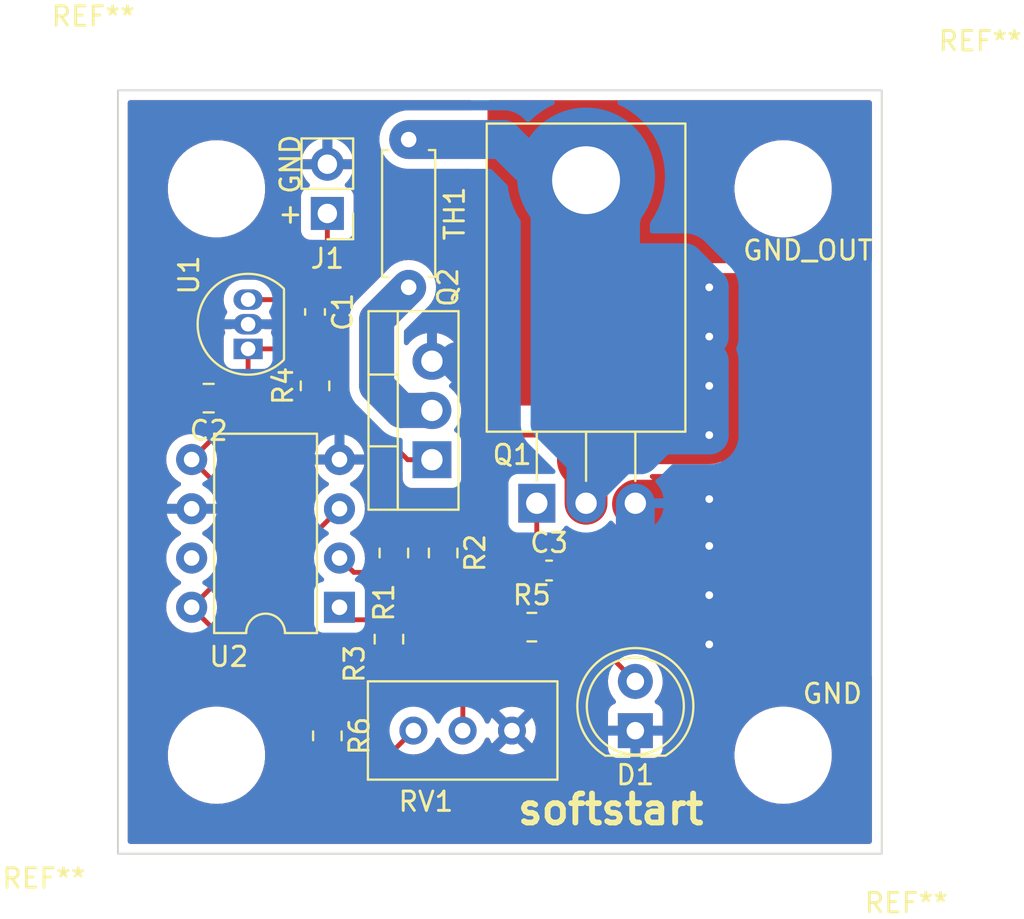
<source format=kicad_pcb>
(kicad_pcb (version 20211014) (generator pcbnew)
  (title_block (title "softstart") (rev "1") (company "open.pe") (comment 4 "AISLER Project ID: QVEQPMXI"))
  (layers (0 "F.Cu" signal) (31 "B.Cu" signal) (34 "B.Paste" user) (35 "F.Paste" user) (36 "B.SilkS" user "B.Silkscreen") (37 "F.SilkS" user "F.Silkscreen") (38 "B.Mask" user) (39 "F.Mask" user) (44 "Edge.Cuts" user))
  (net 0 "")
  (net 1 "+24V")
  (net 2 "GND")
  (net 3 "+15V")
  (net 4 "Net-(D1-Pad2)")
  (net 5 "Net-(Q1-Pad1)")
  (net 6 "GND_OUT")
  (net 7 "Net-(Q2-Pad1)")
  (net 8 "Net-(Q2-Pad2)")
  (net 9 "Net-(R1-Pad1)")
  (net 10 "Net-(R6-Pad2)")
  (net 12 "Net-(RV1-Pad2)")
  (footprint "Potentiometer_THT:Potentiometer_Bourns_3296W_Vertical" (layer "F.Cu") (at 167.63 81.28 180)
    (fp_text reference "RV1" (at -0.645 -3.66) (layer "F.SilkS"))
    (fp_text value "200k")
    (fp_line (start -7.425 -2.53) (end 2.345 -2.53) (layer "F.SilkS") (width 0.12))
    (fp_line (start 2.345 -2.53) (end 2.345 2.54) (layer "F.SilkS") (width 0.12))
    (fp_line (start -7.425 2.54) (end 2.345 2.54) (layer "F.SilkS") (width 0.12))
    (fp_line (start -7.425 -2.53) (end -7.425 2.54) (layer "F.SilkS") (width 0.12))
    (pad "1" thru_hole circle (at 0 0 180) (size 1.44 1.44) (drill 0.8) (layers *.Cu *.Mask) (net 10 "Net-(R6-Pad2)"))
    (pad "2" thru_hole circle (at -2.54 0 180) (size 1.44 1.44) (drill 0.8) (layers *.Cu *.Mask) (net 12 "Net-(RV1-Pad2)"))
    (pad "3" thru_hole circle (at -5.08 0 180) (size 1.44 1.44) (drill 0.8) (layers *.Cu *.Mask) (net 2 "GND"))
  )
  (footprint "Package_TO_SOT_THT:TO-220-3_Vertical" (layer "F.Cu") (at 168.585 67.31 90)
    (fp_text reference "Q2" (at 8.89 0.833 90) (layer "F.SilkS"))
    (fp_text value "IRF100B201")
    (fp_line (start -2.58 -1.76) (end 7.66 -1.76) (layer "F.SilkS") (width 0.12))
    (fp_line (start -2.58 -3.27) (end -2.58 1.371) (layer "F.SilkS") (width 0.12))
    (fp_line (start 4.391 -3.27) (end 4.391 -1.76) (layer "F.SilkS") (width 0.12))
    (fp_line (start 7.66 -3.27) (end 7.66 1.371) (layer "F.SilkS") (width 0.12))
    (fp_line (start 0.69 -3.27) (end 0.69 -1.76) (layer "F.SilkS") (width 0.12))
    (fp_line (start -2.58 -3.27) (end 7.66 -3.27) (layer "F.SilkS") (width 0.12))
    (fp_line (start -2.58 1.371) (end 7.66 1.371) (layer "F.SilkS") (width 0.12))
    (pad "1" thru_hole rect (at 0 0 90) (size 1.905 2) (drill 1.1) (layers *.Cu *.Mask) (net 7 "Net-(Q2-Pad1)"))
    (pad "2" thru_hole oval (at 2.54 0 90) (size 1.905 2) (drill 1.1) (layers *.Cu *.Mask) (net 8 "Net-(Q2-Pad2)"))
    (pad "3" thru_hole oval (at 5.08 0 90) (size 1.905 2) (drill 1.1) (layers *.Cu *.Mask) (net 2 "GND"))
  )
  (footprint "MountingHole:MountingHole_4mm" (layer "F.Cu") (at 157.48 82.55)
    (fp_text reference "REF**" (at -8.89 6.35) (layer "F.SilkS"))
    (fp_text value "MountingHole_4mm")
    (pad "" np_thru_hole circle (at 0 0) (size 4 4) (drill 4) (layers *.Cu *.Mask))
  )
  (footprint "MountingHole:MountingHole_4mm" (layer "F.Cu") (at 186.69 53.34)
    (fp_text reference "REF**" (at 10.16 -7.62) (layer "F.SilkS"))
    (fp_text value "MountingHole_4mm")
    (pad "" np_thru_hole circle (at 0 0) (size 4 4) (drill 4) (layers *.Cu *.Mask))
  )
  (footprint "Resistor_SMD:R_0805_2012Metric_Pad1.20x1.40mm_HandSolder" (layer "F.Cu") (at 169.164 72.12 -90)
    (fp_text reference "R2" (at 0 -1.65 90) (layer "F.SilkS"))
    (fp_text value "10k")
    (fp_line (start -0.227064 -0.735) (end 0.227064 -0.735) (layer "F.SilkS") (width 0.12))
    (fp_line (start -0.227064 0.735) (end 0.227064 0.735) (layer "F.SilkS") (width 0.12))
    (pad "1" smd roundrect (at -1 0 270) (size 1.2 1.4) (layers "F.Cu" "F.Paste" "F.Mask") (roundrect_rratio 0.2083333333) (net 6 "GND_OUT"))
    (pad "2" smd roundrect (at 1 0 270) (size 1.2 1.4) (layers "F.Cu" "F.Paste" "F.Mask") (roundrect_rratio 0.2083333333) (net 9 "Net-(R1-Pad1)"))
  )
  (footprint "LED_THT:LED_D5.0mm" (layer "F.Cu") (at 179.07 81.285 90)
    (fp_text reference "D1" (at -2.286 0 180) (layer "F.SilkS"))
    (fp_text value "LED")
    (fp_line (start -1.29 -1.545) (end -1.29 1.545) (layer "F.SilkS") (width 0.12))
    (fp_arc (start 4.26 -0.000462) (mid 2.072002 2.880433) (end -1.29 1.54483) (layer "F.SilkS") (width 0.12))
    (fp_arc (start -1.29 -1.54483) (mid 2.072002 -2.880433) (end 4.26 0.000462) (layer "F.SilkS") (width 0.12))
    (fp_circle (center 1.27 0) (end 3.77 0) (layer "F.SilkS") (width 0.12) (fill none))
    (pad "1" thru_hole rect (at 0 0 90) (size 1.8 1.8) (drill 0.9) (layers *.Cu *.Mask) (net 2 "GND"))
    (pad "2" thru_hole circle (at 2.54 0 90) (size 1.8 1.8) (drill 0.9) (layers *.Cu *.Mask) (net 4 "Net-(D1-Pad2)"))
  )
  (footprint "MountingHole:MountingHole_4mm" (layer "F.Cu") (at 157.48 53.34)
    (fp_text reference "REF**" (at -6.35 -8.89) (layer "F.SilkS"))
    (fp_text value "MountingHole_4mm")
    (pad "" np_thru_hole circle (at 0 0) (size 4 4) (drill 4) (layers *.Cu *.Mask))
  )
  (footprint "Resistor_SMD:R_0805_2012Metric_Pad1.20x1.40mm_HandSolder" (layer "F.Cu") (at 166.624 72.12 90)
    (fp_text reference "R1" (at -2.556 -0.508 90) (layer "F.SilkS"))
    (fp_text value "2k")
    (fp_line (start -0.227064 0.735) (end 0.227064 0.735) (layer "F.SilkS") (width 0.12))
    (fp_line (start -0.227064 -0.735) (end 0.227064 -0.735) (layer "F.SilkS") (width 0.12))
    (pad "1" smd roundrect (at -1 0 90) (size 1.2 1.4) (layers "F.Cu" "F.Paste" "F.Mask") (roundrect_rratio 0.2083333333) (net 9 "Net-(R1-Pad1)"))
    (pad "2" smd roundrect (at 1 0 90) (size 1.2 1.4) (layers "F.Cu" "F.Paste" "F.Mask") (roundrect_rratio 0.2083333333) (net 2 "GND"))
  )
  (footprint "Capacitor_SMD:C_0805_2012Metric_Pad1.18x1.45mm_HandSolder" (layer "F.Cu") (at 157.0775 64.135 180)
    (fp_text reference "C2" (at 0 -1.68) (layer "F.SilkS"))
    (fp_text value "0.47u")
    (fp_line (start -0.261252 -0.735) (end 0.261252 -0.735) (layer "F.SilkS") (width 0.12))
    (fp_line (start -0.261252 0.735) (end 0.261252 0.735) (layer "F.SilkS") (width 0.12))
    (pad "1" smd roundrect (at -1.0375 0 180) (size 1.175 1.45) (layers "F.Cu" "F.Paste" "F.Mask") (roundrect_rratio 0.2127659574) (net 3 "+15V"))
    (pad "2" smd roundrect (at 1.0375 0 180) (size 1.175 1.45) (layers "F.Cu" "F.Paste" "F.Mask") (roundrect_rratio 0.2127659574) (net 2 "GND"))
  )
  (footprint "Resistor_SMD:R_0805_2012Metric_Pad1.20x1.40mm_HandSolder" (layer "F.Cu") (at 173.736 75.946)
    (fp_text reference "R5" (at 0 -1.65) (layer "F.SilkS"))
    (fp_text value "10k")
    (fp_line (start -0.227064 -0.735) (end 0.227064 -0.735) (layer "F.SilkS") (width 0.12))
    (fp_line (start -0.227064 0.735) (end 0.227064 0.735) (layer "F.SilkS") (width 0.12))
    (pad "1" smd roundrect (at -1 0) (size 1.2 1.4) (layers "F.Cu" "F.Paste" "F.Mask") (roundrect_rratio 0.2083333333) (net 5 "Net-(Q1-Pad1)"))
    (pad "2" smd roundrect (at 1 0) (size 1.2 1.4) (layers "F.Cu" "F.Paste" "F.Mask") (roundrect_rratio 0.2083333333) (net 4 "Net-(D1-Pad2)"))
  )
  (footprint "Resistor_SMD:R_0805_2012Metric_Pad1.20x1.40mm_HandSolder" (layer "F.Cu") (at 166.37 76.565 -90)
    (fp_text reference "R3" (at 1.27 1.778 90) (layer "F.SilkS"))
    (fp_text value "1k")
    (fp_line (start -0.227064 -0.735) (end 0.227064 -0.735) (layer "F.SilkS") (width 0.12))
    (fp_line (start -0.227064 0.735) (end 0.227064 0.735) (layer "F.SilkS") (width 0.12))
    (pad "1" smd roundrect (at -1 0 270) (size 1.2 1.4) (layers "F.Cu" "F.Paste" "F.Mask") (roundrect_rratio 0.2083333333) (net 5 "Net-(Q1-Pad1)"))
    (pad "2" smd roundrect (at 1 0 270) (size 1.2 1.4) (layers "F.Cu" "F.Paste" "F.Mask") (roundrect_rratio 0.2083333333) (net 3 "+15V"))
  )
  (footprint "Connector_PinHeader_2.54mm:PinHeader_1x02_P2.54mm_Vertical" (layer "F.Cu") (at 163.195 54.61 180)
    (fp_text reference "J1" (at 0 -2.33) (layer "F.SilkS"))
    (fp_text value "Conn_01x02")
    (fp_line (start -1.33 -1.33) (end 0 -1.33) (layer "F.SilkS") (width 0.12))
    (fp_line (start -1.33 3.87) (end 1.33 3.87) (layer "F.SilkS") (width 0.12))
    (fp_line (start -1.33 0) (end -1.33 -1.33) (layer "F.SilkS") (width 0.12))
    (fp_line (start -1.33 1.27) (end -1.33 3.87) (layer "F.SilkS") (width 0.12))
    (fp_line (start 1.33 1.27) (end 1.33 3.87) (layer "F.SilkS") (width 0.12))
    (fp_line (start -1.33 1.27) (end 1.33 1.27) (layer "F.SilkS") (width 0.12))
    (pad "1" thru_hole rect (at 0 0 180) (size 1.7 1.7) (drill 1) (layers *.Cu *.Mask) (net 1 "+24V"))
    (pad "2" thru_hole oval (at 0 2.54 180) (size 1.7 1.7) (drill 1) (layers *.Cu *.Mask) (net 2 "GND"))
  )
  (footprint "Resistor_SMD:R_0805_2012Metric_Pad1.20x1.40mm_HandSolder" (layer "F.Cu") (at 163.195 81.55 -90)
    (fp_text reference "R6" (at 0 -1.65 90) (layer "F.SilkS"))
    (fp_text value "1meg")
    (fp_line (start -0.227064 0.735) (end 0.227064 0.735) (layer "F.SilkS") (width 0.12))
    (fp_line (start -0.227064 -0.735) (end 0.227064 -0.735) (layer "F.SilkS") (width 0.12))
    (pad "1" smd roundrect (at -1 0 270) (size 1.2 1.4) (layers "F.Cu" "F.Paste" "F.Mask") (roundrect_rratio 0.2083333333) (net 3 "+15V"))
    (pad "2" smd roundrect (at 1 0 270) (size 1.2 1.4) (layers "F.Cu" "F.Paste" "F.Mask") (roundrect_rratio 0.2083333333) (net 10 "Net-(R6-Pad2)"))
  )
  (footprint "Package_DIP:DIP-8_W7.62mm" (layer "F.Cu") (at 163.82 74.92 180)
    (fp_text reference "U2" (at 5.705 -2.55) (layer "F.SilkS"))
    (fp_text value "LM393")
    (fp_line (start 2.81 -1.33) (end 1.16 -1.33) (layer "F.SilkS") (width 0.12))
    (fp_line (start 1.16 -1.33) (end 1.16 8.95) (layer "F.SilkS") (width 0.12))
    (fp_line (start 6.46 -1.33) (end 4.81 -1.33) (layer "F.SilkS") (width 0.12))
    (fp_line (start 1.16 8.95) (end 6.46 8.95) (layer "F.SilkS") (width 0.12))
    (fp_line (start 6.46 8.95) (end 6.46 -1.33) (layer "F.SilkS") (width 0.12))
    (fp_arc (start 4.81 -1.33) (mid 3.81 -0.33) (end 2.81 -1.33) (layer "F.SilkS") (width 0.12))
    (pad "1" thru_hole rect (at 0 0 180) (size 1.6 1.6) (drill 0.8) (layers *.Cu *.Mask) (net 5 "Net-(Q1-Pad1)"))
    (pad "2" thru_hole oval (at 0 2.54 180) (size 1.6 1.6) (drill 0.8) (layers *.Cu *.Mask) (net 9 "Net-(R1-Pad1)"))
    (pad "3" thru_hole oval (at 0 5.08 180) (size 1.6 1.6) (drill 0.8) (layers *.Cu *.Mask) (net 12 "Net-(RV1-Pad2)"))
    (pad "4" thru_hole oval (at 0 7.62 180) (size 1.6 1.6) (drill 0.8) (layers *.Cu *.Mask) (net 2 "GND"))
    (pad "5" thru_hole oval (at 7.62 7.62 180) (size 1.6 1.6) (drill 0.8) (layers *.Cu *.Mask) (net 3 "+15V"))
    (pad "6" thru_hole oval (at 7.62 5.08 180) (size 1.6 1.6) (drill 0.8) (layers *.Cu *.Mask) (net 2 "GND"))
    (pad "7" thru_hole oval (at 7.62 2.54 180) (size 1.6 1.6) (drill 0.8) (layers *.Cu *.Mask))
    (pad "8" thru_hole oval (at 7.62 0 180) (size 1.6 1.6) (drill 0.8) (layers *.Cu *.Mask) (net 3 "+15V"))
  )
  (footprint "Capacitor_SMD:C_0603_1608Metric_Pad1.08x0.95mm_HandSolder" (layer "F.Cu") (at 162.56 59.69 -90)
    (fp_text reference "C1" (at 0 -1.43 90) (layer "F.SilkS"))
    (fp_text value "100n")
    (fp_line (start -0.146267 -0.51) (end 0.146267 -0.51) (layer "F.SilkS") (width 0.12))
    (fp_line (start -0.146267 0.51) (end 0.146267 0.51) (layer "F.SilkS") (width 0.12))
    (pad "1" smd roundrect (at -0.8625 0 270) (size 1.075 0.95) (layers "F.Cu" "F.Paste" "F.Mask") (net 1 "+24V"))
    (pad "2" smd roundrect (at 0.8625 0 270) (size 1.075 0.95) (layers "F.Cu" "F.Paste" "F.Mask") (net 2 "GND"))
  )
  (footprint "Capacitor_SMD:C_0603_1608Metric_Pad1.08x0.95mm_HandSolder" (layer "F.Cu") (at 174.625 73.025)
    (fp_text reference "C3" (at 0 -1.43) (layer "F.SilkS"))
    (fp_text value "100n")
    (fp_line (start -0.146267 -0.51) (end 0.146267 -0.51) (layer "F.SilkS") (width 0.12))
    (fp_line (start -0.146267 0.51) (end 0.146267 0.51) (layer "F.SilkS") (width 0.12))
    (pad "1" smd roundrect (at -0.8625 0) (size 1.075 0.95) (layers "F.Cu" "F.Paste" "F.Mask") (net 5 "Net-(Q1-Pad1)"))
    (pad "2" smd roundrect (at 0.8625 0) (size 1.075 0.95) (layers "F.Cu" "F.Paste" "F.Mask") (net 2 "GND"))
  )
  (footprint "Resistor_SMD:R_0805_2012Metric_Pad1.20x1.40mm_HandSolder" (layer "F.Cu") (at 162.56 63.5 90)
    (fp_text reference "R4" (at 0 -1.65 90) (layer "F.SilkS"))
    (fp_text value "1k")
    (fp_line (start -0.227064 -0.735) (end 0.227064 -0.735) (layer "F.SilkS") (width 0.12))
    (fp_line (start -0.227064 0.735) (end 0.227064 0.735) (layer "F.SilkS") (width 0.12))
    (pad "1" smd roundrect (at -1 0 90) (size 1.2 1.4) (layers "F.Cu" "F.Paste" "F.Mask") (roundrect_rratio 0.2083333333) (net 7 "Net-(Q2-Pad1)"))
    (pad "2" smd roundrect (at 1 0 90) (size 1.2 1.4) (layers "F.Cu" "F.Paste" "F.Mask") (roundrect_rratio 0.2083333333) (net 3 "+15V"))
  )
  (footprint "Resistor_THT:R_Axial_DIN0207_L6.3mm_D2.5mm_P7.62mm_Horizontal" (layer "F.Cu") (at 167.386 50.8 -90)
    (fp_text reference "TH1" (at 3.81 -2.37 90) (layer "F.SilkS"))
    (fp_text value "10D-7")
    (fp_line (start 0.54 1.04) (end 0.54 1.37) (layer "F.SilkS") (width 0.12))
    (fp_line (start 7.08 1.37) (end 7.08 1.04) (layer "F.SilkS") (width 0.12))
    (fp_line (start 7.08 -1.37) (end 7.08 -1.04) (layer "F.SilkS") (width 0.12))
    (fp_line (start 0.54 1.37) (end 7.08 1.37) (layer "F.SilkS") (width 0.12))
    (fp_line (start 0.54 -1.04) (end 0.54 -1.37) (layer "F.SilkS") (width 0.12))
    (fp_line (start 0.54 -1.37) (end 7.08 -1.37) (layer "F.SilkS") (width 0.12))
    (pad "1" thru_hole circle (at 0 0 270) (size 1.6 1.6) (drill 0.8) (layers *.Cu *.Mask) (net 6 "GND_OUT"))
    (pad "2" thru_hole oval (at 7.62 0 270) (size 1.6 1.6) (drill 0.8) (layers *.Cu *.Mask) (net 8 "Net-(Q2-Pad2)"))
  )
  (footprint "Package_TO_SOT_THT:TO-220-3_Horizontal_TabDown" (layer "F.Cu") (at 173.99 69.555)
    (fp_text reference "Q1" (at -1.27 -2.499) (layer "F.SilkS"))
    (fp_text value "IRF100B201")
    (fp_line (start -2.58 -19.58) (end 7.66 -19.58) (layer "F.SilkS") (width 0.12))
    (fp_line (start 7.66 -19.58) (end 7.66 -3.69) (layer "F.SilkS") (width 0.12))
    (fp_line (start -2.58 -3.69) (end 7.66 -3.69) (layer "F.SilkS") (width 0.12))
    (fp_line (start 2.54 -3.69) (end 2.54 -1.15) (layer "F.SilkS") (width 0.12))
    (fp_line (start 5.08 -3.69) (end 5.08 -1.15) (layer "F.SilkS") (width 0.12))
    (fp_line (start 0 -3.69) (end 0 -1.15) (layer "F.SilkS") (width 0.12))
    (fp_line (start -2.58 -19.58) (end -2.58 -3.69) (layer "F.SilkS") (width 0.12))
    (pad "" np_thru_hole oval (at 2.54 -16.66) (size 3.5 3.5) (drill 3.5) (layers *.Cu *.Mask))
    (pad "1" thru_hole rect (at 0 0) (size 1.905 2) (drill 1.1) (layers *.Cu *.Mask) (net 5 "Net-(Q1-Pad1)"))
    (pad "2" thru_hole oval (at 2.54 0) (size 1.905 2) (drill 1.1) (layers *.Cu *.Mask) (net 6 "GND_OUT"))
    (pad "3" thru_hole oval (at 5.08 0) (size 1.905 2) (drill 1.1) (layers *.Cu *.Mask) (net 2 "GND"))
  )
  (footprint "Package_TO_SOT_THT:TO-92_Inline" (layer "F.Cu") (at 159.11 61.595 90)
    (fp_text reference "U1" (at 3.81 -3.048 90) (layer "F.SilkS"))
    (fp_text value "L78L15_TO92")
    (fp_line (start -0.53 1.85) (end 3.07 1.85) (layer "F.SilkS") (width 0.12))
    (fp_arc (start -0.568478 1.838478) (mid -1.132087 -0.994977) (end 1.27 -2.6) (layer "F.SilkS") (width 0.12))
    (fp_arc (start 1.27 -2.6) (mid 3.672087 -0.994977) (end 3.108478 1.838478) (layer "F.SilkS") (width 0.12))
    (pad "1" thru_hole rect (at 0 0 90) (size 1.05 1.5) (drill 0.75) (layers *.Cu *.Mask) (net 3 "+15V"))
    (pad "2" thru_hole oval (at 1.27 0 90) (size 1.05 1.5) (drill 0.75) (layers *.Cu *.Mask) (net 2 "GND"))
    (pad "3" thru_hole oval (at 2.54 0 90) (size 1.05 1.5) (drill 0.75) (layers *.Cu *.Mask) (net 1 "+24V"))
  )
  (footprint "MountingHole:MountingHole_4mm" (layer "F.Cu") (at 186.69 82.55)
    (fp_text reference "REF**" (at 6.35 7.62) (layer "F.SilkS"))
    (fp_text value "MountingHole_4mm")
    (pad "" np_thru_hole circle (at 0 0) (size 4 4) (drill 4) (layers *.Cu *.Mask))
  )
  (gr_rect (start 182.88 57.785) (end 191.135 67.31) (layer "F.Cu") (width 0.2) (fill solid))
  (gr_rect (start 191.135 77.7875) (end 183.515 68.2625) (layer "F.Cu") (width 0.2) (fill solid))
  (gr_circle (center 176.53 52.705) (end 179.984774 52.705) (layer "B.Cu") (width 0.2) (fill solid))
  (gr_rect (start 152.4 48.26) (end 191.77 87.63) (layer "Edge.Cuts") (width 0.1) (fill none))
  (gr_text "GND" (at 161.29 52.07 90) (layer "F.SilkS") (effects (font (size 1 1))))
  (gr_text "softstart" (at 177.8 85.344) (layer "F.SilkS") (effects (font (size 1.5 1.5) (thickness 0.3))))
  (gr_text "GND_OUT" (at 187.96 56.515) (layer "F.SilkS") (effects (font (size 1 1))))
  (gr_text "GND" (at 189.23 79.375) (layer "F.SilkS") (effects (font (size 1 1))))
  (gr_text "+" (at 161.29 54.61) (layer "F.SilkS") (effects (font (size 1 1))))
  (segment (start 163.195 58.1925) (end 162.56 58.8275) (width 0.25) (layer "F.Cu") (net 1))
  (segment (start 163.195 54.61) (end 163.195 58.1925) (width 0.25) (layer "F.Cu") (net 1))
  (segment (start 162.56 58.8275) (end 162.56 59.055) (width 0.25) (layer "F.Cu") (net 1))
  (segment (start 162.56 59.055) (end 159.11 59.055) (width 0.25) (layer "F.Cu") (net 1))
  (segment (start 182.88 74.295) (end 182.245 74.295) (width 0.25) (layer "F.Cu") (net 2))
  (segment (start 182.88 69.342) (end 184.912 69.342) (width 2) (layer "F.Cu") (net 2))
  (segment (start 182.245 74.295) (end 180.34 72.39) (width 0.25) (layer "F.Cu") (net 2))
  (segment (start 184.912 69.342) (end 186.025 70.455) (width 2) (layer "F.Cu") (net 2))
  (segment (start 182.88 74.295) (end 181.4195 72.8345) (width 0.25) (layer "F.Cu") (net 2))
  (segment (start 186.025 70.455) (end 186.025 76.835) (width 2) (layer "F.Cu") (net 2))
  (segment (start 182.88 76.835) (end 179.07 73.025) (width 2) (layer "F.Cu") (net 2))
  (segment (start 180.975 71.755) (end 182.88 71.755) (width 0.25) (layer "F.Cu") (net 2))
  (segment (start 186.025 76.835) (end 182.88 76.835) (width 2) (layer "F.Cu") (net 2))
  (segment (start 181.4195 72.8345) (end 181.4195 71.9455) (width 0.25) (layer "F.Cu") (net 2))
  (segment (start 181.4195 71.9455) (end 182.372 72.898) (width 4) (layer "F.Cu") (net 2))
  (segment (start 179.07 69.342) (end 182.88 69.342) (width 2) (layer "F.Cu") (net 2))
  (segment (start 179.07 73.025) (end 179.07 69.596) (width 2) (layer "F.Cu") (net 2))
  (segment (start 182.372 72.898) (end 182.372 69.596) (width 2.4) (layer "F.Cu") (net 2))
  (segment (start 182.88 76.835) (end 182.88 71.755) (width 2) (layer "F.Cu") (net 2))
  (segment (start 180.34 72.39) (end 180.975 71.755) (width 0.25) (layer "F.Cu") (net 2))
  (segment (start 179.07 69.596) (end 181.4195 71.9455) (width 2.4) (layer "F.Cu") (net 2))
  (via (at 182.88 69.342) (size 0.8) (drill 0.4) (layers "F.Cu" "B.Cu") (net 2))
  (via (at 182.88 74.295) (size 0.8) (drill 0.4) (layers "F.Cu" "B.Cu") (net 2))
  (via (at 182.88 76.835) (size 0.8) (drill 0.4) (layers "F.Cu" "B.Cu") (net 2))
  (via (at 182.88 71.755) (size 0.8) (drill 0.4) (layers "F.Cu" "B.Cu") (net 2))
  (segment (start 171.196 71.628) (end 171.196 63.5) (width 0.25) (layer "B.Cu") (net 2))
  (segment (start 172.72 73.152) (end 171.196 71.628) (width 0.25) (layer "B.Cu") (net 2))
  (segment (start 179.07 71.882) (end 177.8 73.152) (width 0.25) (layer "B.Cu") (net 2))
  (segment (start 179.07 69.555) (end 179.283 69.555) (width 0.25) (layer "B.Cu") (net 2))
  (segment (start 169.926 62.23) (end 168.585 62.23) (width 0.25) (layer "B.Cu") (net 2))
  (segment (start 179.283 69.555) (end 179.324 69.596) (width 0.25) (layer "B.Cu") (net 2))
  (segment (start 179.07 69.555) (end 179.07 71.882) (width 2) (layer "B.Cu") (net 2))
  (segment (start 171.196 63.5) (end 169.926 62.23) (width 2) (layer "B.Cu") (net 2))
  (segment (start 177.8 73.152) (end 172.72 73.152) (width 0.25) (layer "B.Cu") (net 2))
  (segment (start 158.115 64.135) (end 159.11 63.14) (width 0.25) (layer "F.Cu") (net 3))
  (segment (start 163.195 80.55) (end 163.195 80.645) (width 0.25) (layer "F.Cu") (net 3))
  (segment (start 156.2 74.92) (end 158.73 72.39) (width 0.25) (layer "F.Cu") (net 3))
  (segment (start 161.655 61.595) (end 162.56 62.5) (width 0.25) (layer "F.Cu") (net 3))
  (segment (start 166.37 77.74) (end 166.37 77.47) (width 0.25) (layer "F.Cu") (net 3))
  (segment (start 156.2 67.3) (end 158.115 65.385) (width 0.25) (layer "F.Cu") (net 3))
  (segment (start 161.83 80.55) (end 163.195 80.55) (width 0.25) (layer "F.Cu") (net 3))
  (segment (start 158.75 69.85) (end 156.2 67.3) (width 0.25) (layer "F.Cu") (net 3))
  (segment (start 159.11 61.595) (end 161.655 61.595) (width 0.25) (layer "F.Cu") (net 3))
  (segment (start 166.37 77.47) (end 166.37 77.2) (width 0.25) (layer "F.Cu") (net 3))
  (segment (start 156.2 74.92) (end 161.83 80.55) (width 0.25) (layer "F.Cu") (net 3))
  (segment (start 158.115 65.385) (end 158.115 64.77) (width 0.25) (layer "F.Cu") (net 3))
  (segment (start 159.11 63.14) (end 159.11 61.595) (width 0.25) (layer "F.Cu") (net 3))
  (segment (start 158.75 72.39) (end 158.75 69.85) (width 0.25) (layer "F.Cu") (net 3))
  (segment (start 163.195 80.645) (end 166.37 77.47) (width 0.25) (layer "F.Cu") (net 3))
  (segment (start 175.006 75.946) (end 175.26 76.2) (width 0.25) (layer "F.Cu") (net 4))
  (segment (start 176.276 75.946) (end 174.736 75.946) (width 0.25) (layer "F.Cu") (net 4))
  (segment (start 179.07 78.745) (end 179.07 78.74) (width 0.25) (layer "F.Cu") (net 4))
  (segment (start 174.99 75.946) (end 175.006 75.946) (width 0.25) (layer "F.Cu") (net 4))
  (segment (start 179.07 78.74) (end 176.276 75.946) (width 0.25) (layer "F.Cu") (net 4))
  (segment (start 166.751 75.946) (end 166.37 75.565) (width 0.25) (layer "F.Cu") (net 5))
  (segment (start 172.99 75.946) (end 172.99 73.644) (width 0.25) (layer "F.Cu") (net 5))
  (segment (start 163.82 75.428) (end 163.82 74.94) (width 0.25) (layer "F.Cu") (net 5))
  (segment (start 163.82 74.92) (end 164.465 75.565) (width 0.25) (layer "F.Cu") (net 5))
  (segment (start 172.736 75.946) (end 166.751 75.946) (width 0.25) (layer "F.Cu") (net 5))
  (segment (start 173.99 72.644) (end 173.99 69.555) (width 0.25) (layer "F.Cu") (net 5))
  (segment (start 163.82 74.94) (end 163.82 74.92) (width 0.25) (layer "F.Cu") (net 5))
  (segment (start 172.99 73.644) (end 173.99 72.644) (width 0.25) (layer "F.Cu") (net 5))
  (segment (start 164.465 75.565) (end 166.37 75.565) (width 0.25) (layer "F.Cu") (net 5))
  (segment (start 178.816 52.07) (end 177.546 50.8) (width 2) (layer "F.Cu") (net 6))
  (segment (start 171.45 67.31) (end 172.72 66.04) (width 0.25) (layer "F.Cu") (net 6))
  (segment (start 182.88 58.42) (end 176.53 64.77) (width 2) (layer "F.Cu") (net 6))
  (segment (start 171.45 68.58) (end 171.45 67.31) (width 0.25) (layer "F.Cu") (net 6))
  (segment (start 179.785944 65.485944) (end 181.771888 63.5) (width 3) (layer "F.Cu") (net 6))
  (segment (start 174.498 51.816) (end 174.498 53.848) (width 2) (layer "F.Cu") (net 6))
  (segment (start 175.514 54.864) (end 177.8 54.864) (width 2) (layer "F.Cu") (net 6))
  (segment (start 181.771888 63.5) (end 182.88 63.5) (width 2) (layer "F.Cu") (net 6))
  (segment (start 182.88 58.42) (end 182.88 66.04) (width 2) (layer "F.Cu") (net 6))
  (segment (start 178.816 53.848) (end 178.816 52.07) (width 2) (layer "F.Cu") (net 6))
  (segment (start 176.53 67.31) (end 176.53 69.555) (width 2.2) (layer "F.Cu") (net 6))
  (segment (start 177.8 54.864) (end 178.816 53.848) (width 2) (layer "F.Cu") (net 6))
  (segment (start 177.546 50.8) (end 167.386 50.8) (width 2) (layer "F.Cu") (net 6))
  (segment (start 176.53 64.77) (end 176.53 69.555) (width 2.2) (layer "F.Cu") (net 6))
  (segment (start 172.72 66.04) (end 176.015 66.04) (width 0.25) (layer "F.Cu") (net 6))
  (segment (start 182.88 66.04) (end 176.53 66.04) (width 3) (layer "F.Cu") (net 6))
  (segment (start 168.91 71.12) (end 171.45 68.58) (width 0.25) (layer "F.Cu") (net 6))
  (segment (start 174.498 53.848) (end 175.514 54.864) (width 2) (layer "F.Cu") (net 6))
  (segment (start 182.88 60.96) (end 176.53 67.31) (width 3) (layer "F.Cu") (net 6))
  (via (at 182.88 63.5) (size 0.8) (drill 0.4) (layers "F.Cu" "B.Cu") (net 6))
  (via (at 182.88 66.04) (size 0.8) (drill 0.4) (layers "F.Cu" "B.Cu") (net 6))
  (via (at 182.88 60.96) (size 0.8) (drill 0.4) (layers "F.Cu" "B.Cu") (net 6))
  (via (at 182.88 58.42) (size 0.8) (drill 0.4) (layers "F.Cu" "B.Cu") (net 6))
  (segment (start 176.53 69.555) (end 176.53 67.818) (width 2) (layer "B.Cu") (net 6))
  (segment (start 172.259999 50.8) (end 173.529999 52.07) (width 2) (layer "B.Cu") (net 6))
  (segment (start 181.61 57.15) (end 179.07 57.15) (width 2) (layer "B.Cu") (net 6))
  (segment (start 182.88 58.42) (end 182.88 60.96) (width 2) (layer "B.Cu") (net 6))
  (segment (start 176.53 68.98373) (end 178.45773 67.056) (width 1.8) (layer "B.Cu") (net 6))
  (segment (start 182.245 59.055) (end 179.705 59.055) (width 2) (layer "B.Cu") (net 6))
  (segment (start 176.276 67.056) (end 174.673845 65.453845) (width 2) (layer "B.Cu") (net 6))
  (segment (start 179.705 59.69) (end 179.705 59.055) (width 2) (layer "B.Cu") (net 6))
  (segment (start 180.34 66.04) (end 179.324 67.056) (width 2) (layer "B.Cu") (net 6))
  (segment (start 179.07 60.325) (end 179.705 59.69) (width 2) (layer "B.Cu") (net 6))
  (segment (start 182.88 63.5) (end 182.88 66.04) (width 2) (layer "B.Cu") (net 6))
  (segment (start 182.88 60.96) (end 179.705 60.96) (width 2) (layer "B.Cu") (net 6))
  (segment (start 176.784 67.564) (end 176.53 67.818) (width 0.25) (layer "B.Cu") (net 6))
  (segment (start 182.88 63.5) (end 179.324 67.056) (width 2) (layer "B.Cu") (net 6))
  (segment (start 182.88 58.42) (end 181.61 57.15) (width 2) (layer "B.Cu") (net 6))
  (segment (start 182.88 66.04) (end 180.34 66.04) (width 2) (layer "B.Cu") (net 6))
  (segment (start 179.324 67.056) (end 176.784 67.056) (width 2) (layer "B.Cu") (net 6))
  (segment (start 182.88 62.23) (end 182.88 63.5) (width 2) (layer "B.Cu") (net 6))
  (segment (start 174.673845 65.453845) (end 174.673845 54.688155) (width 2) (layer "B.Cu") (net 6))
  (segment (start 179.705 64.77) (end 180.975 63.5) (width 2) (layer "B.Cu") (net 6))
  (segment (start 179.705 60.96) (end 179.705 64.77) (width 2) (layer "B.Cu") (net 6))
  (segment (start 178.45773 67.056) (end 179.324 67.056) (width 2) (layer "B.Cu") (net 6))
  (segment (start 176.53 69.555) (end 176.53 68.98373) (width 2) (layer "B.Cu") (net 6))
  (segment (start 178.308 54.76631) (end 178.308 65.532) (width 2) (layer "B.Cu") (net 6))
  (segment (start 176.784 67.056) (end 176.784 67.564) (width 0.25) (layer "B.Cu") (net 6))
  (segment (start 176.784 67.056) (end 176.276 67.056) (width 2) (layer "B.Cu") (net 6))
  (segment (start 178.308 65.532) (end 177.038 66.802) (width 2) (layer "B.Cu") (net 6))
  (segment (start 176.53 67.818) (end 176.53 52.832) (width 2) (layer "B.Cu") (net 6))
  (segment (start 180.975 63.5) (end 180.975 62.23) (width 2) (layer "B.Cu") (net 6))
  (segment (start 178.386155 54.688155) (end 178.308 54.76631) (width 2) (layer "B.Cu") (net 6))
  (segment (start 180.975 62.23) (end 182.88 62.23) (width 2) (layer "B.Cu") (net 6))
  (segment (start 182.88 58.42) (end 182.245 59.055) (width 2) (layer "B.Cu") (net 6))
  (segment (start 167.386 50.8) (end 172.259999 50.8) (width 2) (layer "B.Cu") (net 6))
  (segment (start 167.335 67.31) (end 164.525 64.5) (width 0.25) (layer "F.Cu") (net 7))
  (segment (start 164.525 64.5) (end 162.56 64.5) (width 0.25) (layer "F.Cu") (net 7))
  (segment (start 168.585 67.31) (end 167.335 67.31) (width 0.25) (layer "F.Cu") (net 7))
  (segment (start 165.735 60.071) (end 165.735 63.5) (width 1.8) (layer "F.Cu") (net 8))
  (segment (start 165.735 63.5) (end 167.005 64.77) (width 1.8) (layer "F.Cu") (net 8))
  (segment (start 167.386 58.42) (end 165.735 60.071) (width 1.8) (layer "F.Cu") (net 8))
  (segment (start 167.005 64.77) (end 168.585 64.77) (width 1.8) (layer "F.Cu") (net 8))
  (segment (start 165.735 60.071) (end 167.386 58.42) (width 1.8) (layer "B.Cu") (net 8))
  (segment (start 168.585 64.77) (end 167.005 64.77) (width 1.8) (layer "B.Cu") (net 8))
  (segment (start 165.735 63.5) (end 165.735 60.071) (width 1.8) (layer "B.Cu") (net 8))
  (segment (start 167.005 64.77) (end 165.735 63.5) (width 1.8) (layer "B.Cu") (net 8))
  (segment (start 163.82 72.38) (end 164.56 73.12) (width 0.25) (layer "F.Cu") (net 9))
  (segment (start 166.37 73.12) (end 168.91 73.12) (width 0.25) (layer "F.Cu") (net 9))
  (segment (start 164.56 73.12) (end 166.37 73.12) (width 0.25) (layer "F.Cu") (net 9))
  (segment (start 167.63 81.28) (end 166.36 82.55) (width 0.25) (layer "F.Cu") (net 10))
  (segment (start 166.36 82.55) (end 163.195 82.55) (width 0.25) (layer "F.Cu") (net 10))
  (segment (start 163.82 69.84) (end 163.83 69.85) (width 0.25) (layer "F.Cu") (net 12))
  (segment (start 161.925 71.735) (end 163.82 69.84) (width 0.25) (layer "F.Cu") (net 12))
  (segment (start 161.925 76.2) (end 161.925 71.735) (width 0.25) (layer "F.Cu") (net 12))
  (segment (start 170.18 81.28) (end 170.18 78.74) (width 0.25) (layer "F.Cu") (net 12))
  (segment (start 170.17 81.28) (end 170.18 81.28) (width 0.25) (layer "F.Cu") (net 12))
  (segment (start 170.18 78.74) (end 168.08 76.64) (width 0.25) (layer "F.Cu") (net 12))
  (segment (start 162.365 76.64) (end 161.925 76.2) (width 0.25) (layer "F.Cu") (net 12))
  (segment (start 168.08 76.64) (end 162.365 76.64) (width 0.25) (layer "F.Cu") (net 12))
  (zone (net 2) (net_name "GND") (layer "F.Cu") (connect_pads (clearance 0.508)) (min_thickness 0.254) (fill yes (thermal_gap 0.508) (thermal_bridge_width 0.508))
    (polygon (pts (xy 191.77 87.63) (xy 152.4 87.63) (xy 152.4 48.26) (xy 170.688 48.259996) (xy 170.688 65.278) (xy 191.769872 65.278)))
  )
  (zone (net 6) (net_name "GND_OUT") (layer "F.Cu") (connect_pads (clearance 0.508)) (min_thickness 0.254) (fill yes (thermal_gap 0.508) (thermal_bridge_width 0.508))
    (polygon (pts (xy 191.516 64.516) (xy 171.45 64.516) (xy 171.45 48.26) (xy 191.516 48.26)))
  )
  (zone (net 2) (net_name "GND") (layer "B.Cu") (connect_pads (clearance 0.508)) (min_thickness 0.254) (fill yes (thermal_gap 0.508) (thermal_bridge_width 0.508))
    (polygon (pts (xy 191.77 87.63) (xy 152.4 87.63) (xy 152.4 48.26) (xy 191.77 48.26)))
  )
)
</source>
